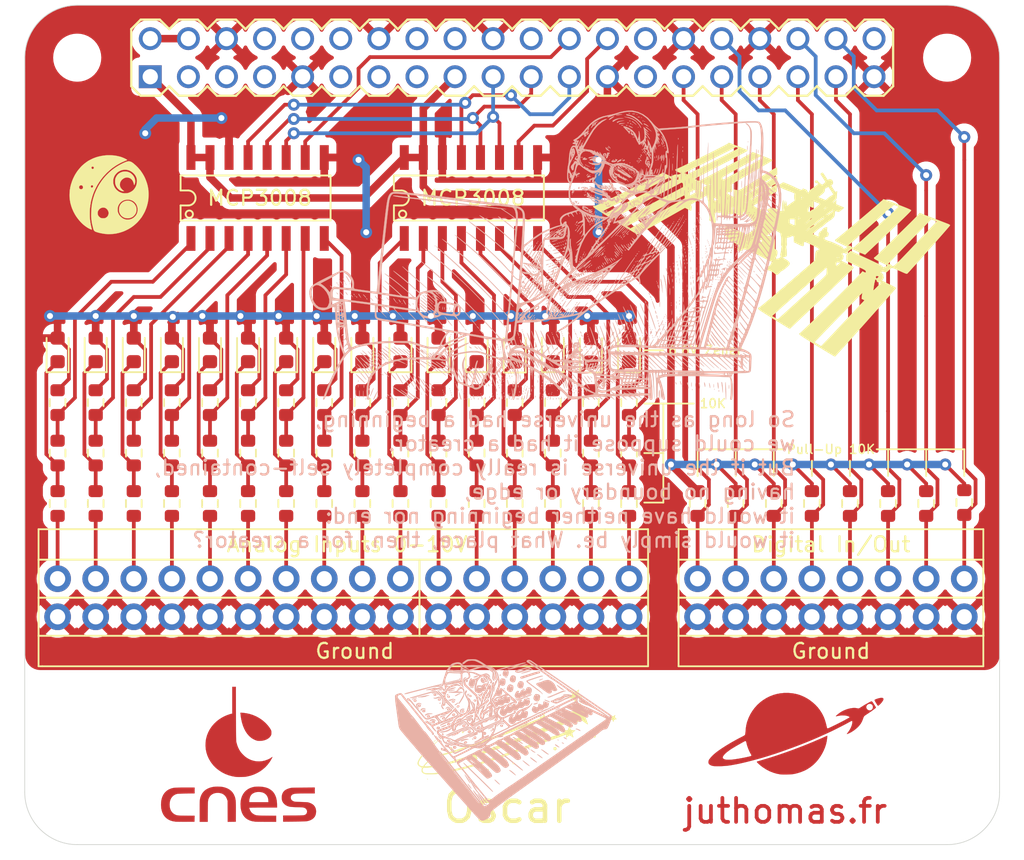
<source format=kicad_pcb>
(kicad_pcb (version 20221018) (generator pcbnew)
  (layers (0 "F.Cu" signal "Top") (31 "B.Cu" signal "Bottom") (34 "B.Paste" user) (35 "F.Paste" user) (36 "B.SilkS" user "B.Silkscreen") (37 "F.SilkS" user "F.Silkscreen") (38 "B.Mask" user) (39 "F.Mask" user) (44 "Edge.Cuts" user))
  (net 0 "")
  (net 1 "GND")
  (net 2 "+5V")
  (net 3 "/D8")
  (net 4 "/D7")
  (net 5 "/D6")
  (net 6 "/D5")
  (net 7 "/D4")
  (net 8 "/D3")
  (net 9 "/D2")
  (net 10 "/D1")
  (net 11 "/GPIO7")
  (net 12 "/GPIO8")
  (net 13 "/GPIO11")
  (net 14 "/GPIO9")
  (net 15 "/GPIO10")
  (net 16 "/3V3_REG")
  (net 17 "/CH7")
  (net 18 "/CH6")
  (net 19 "/CH5")
  (net 20 "/CH4")
  (net 21 "/CH3")
  (net 22 "/CH2")
  (net 23 "/CH1")
  (net 24 "/CH0")
  (net 25 "/CH15")
  (net 26 "/CH14")
  (net 27 "/CH13")
  (net 28 "/CH12")
  (net 29 "/CH11")
  (net 30 "/CH10")
  (net 31 "/CH9")
  (net 32 "/CH8")
  (net 33 "/RG15")
  (net 34 "/RG14")
  (net 35 "/RG13")
  (net 36 "/RG12")
  (net 37 "/RG11")
  (net 38 "/RG10")
  (net 39 "/RG9")
  (net 40 "/RG8")
  (net 41 "/RG7")
  (net 42 "/RG6")
  (net 43 "/RG5")
  (net 44 "/RG4")
  (net 45 "/RG3")
  (net 46 "/RG2")
  (net 47 "/RG1")
  (net 48 "/RG0")
  (net 49 "Net-(D1-K)")
  (net 50 "Net-(D2-K)")
  (net 51 "Net-(D3-K)")
  (net 52 "Net-(D4-K)")
  (net 53 "Net-(D5-K)")
  (net 54 "Net-(D6-K)")
  (net 55 "Net-(D7-K)")
  (net 56 "Net-(D8-K)")
  (net 57 "Net-(D9-K)")
  (net 58 "Net-(D10-K)")
  (net 59 "Net-(D11-K)")
  (net 60 "Net-(D12-K)")
  (net 61 "Net-(D13-K)")
  (net 62 "Net-(D14-K)")
  (net 63 "Net-(D15-K)")
  (net 64 "Net-(D16-K)")
  (footprint "Modular Shield:D_0603_1608Metric" (layer "F.Cu") (at 32.728 48.1965 90)
    (fp_text reference "D3" hide)
    (fp_text value "D_Zener 6.6V")
  )
  (footprint "Modular Shield:D_0603_1608Metric" (layer "F.Cu") (at 35.268 48.1965 90)
    (fp_text reference "D4" hide)
    (fp_text value "D_Zener 6.6V")
  )
  (footprint "Modular Shield:D_0603_1608Metric" (layer "F.Cu") (at 37.808 48.1965 90)
    (fp_text reference "D5" hide)
    (fp_text value "D_Zener 6.6V")
  )
  (footprint "Modular Shield:D_0603_1608Metric" (layer "F.Cu") (at 40.348 48.1965 90)
    (fp_text reference "D6" hide)
    (fp_text value "D_Zener 6.6V")
  )
  (footprint "Modular Shield:D_0603_1608Metric" (layer "F.Cu") (at 45.428 48.1965 90)
    (fp_text reference "D8" hide)
    (fp_text value "D_Zener 6.6V")
  )
  (footprint "Modular Shield:D_0603_1608Metric" (layer "F.Cu") (at 47.968 48.1965 90)
    (fp_text reference "D9" hide)
    (fp_text value "D_Zener 6.6V")
  )
  (footprint "Modular Shield:D_0603_1608Metric" (layer "F.Cu") (at 50.508 48.1965 90)
    (fp_text reference "D10" hide)
    (fp_text value "D_Zener 6.6V")
  )
  (footprint "Modular Shield:D_0603_1608Metric" (layer "F.Cu") (at 53.048 48.1965 90)
    (fp_text reference "D11" hide)
    (fp_text value "D_Zener 6.6V")
  )
  (footprint "Modular Shield:D_0603_1608Metric" (layer "F.Cu") (at 58.128 48.222 90)
    (fp_text reference "D13" hide)
    (fp_text value "D_Zener 6.6V")
  )
  (footprint "Modular Shield:D_0603_1608Metric" (layer "F.Cu") (at 60.668 48.1965 90)
    (fp_text reference "D14" hide)
    (fp_text value "D_Zener 6.6V")
  )
  (footprint "Modular Shield:D_0603_1608Metric" (layer "F.Cu") (at 63.208 48.222 90)
    (fp_text reference "D15" hide)
    (fp_text value "D_Zener 6.6V")
  )
  (footprint "Modular Shield:PIN_20X2" (layer "F.Cu") (at 57.956 28.702)
    (fp_text reference "J1" hide)
    (fp_text value "Raspberry_Pi_2_3")
  )
  (footprint "Modular Shield:R_0603_1608Metric" (layer "F.Cu") (at 30.188 55.08 90)
    (fp_text reference "R6" hide)
    (fp_text value "10K")
  )
  (footprint "Modular Shield:R_0603_1608Metric" (layer "F.Cu") (at 32.728 51.715 90)
    (fp_text reference "R8" hide)
    (fp_text value "10K")
  )
  (footprint "Modular Shield:R_0603_1608Metric" (layer "F.Cu") (at 35.268 58.445 90)
    (fp_text reference "R13" hide)
    (fp_text value "10K")
  )
  (footprint "Modular Shield:R_0603_1608Metric" (layer "F.Cu") (at 37.808 51.715 90)
    (fp_text reference "R14" hide)
    (fp_text value "10K")
  )
  (footprint "Modular Shield:R_0603_1608Metric" (layer "F.Cu") (at 37.808 58.445 90)
    (fp_text reference "R16" hide)
    (fp_text value "10K")
  )
  (footprint "Modular Shield:R_0603_1608Metric" (layer "F.Cu") (at 40.348 51.715 90)
    (fp_text reference "R17" hide)
    (fp_text value "10K")
  )
  (footprint "Modular Shield:R_0603_1608Metric" (layer "F.Cu") (at 40.348 58.445 90)
    (fp_text reference "R19" hide)
    (fp_text value "10K")
  )
  (footprint "Modular Shield:R_0603_1608Metric" (layer "F.Cu") (at 42.888 55.08 90)
    (fp_text reference "R21" hide)
    (fp_text value "10K")
  )
  (footprint "Modular Shield:R_0603_1608Metric" (layer "F.Cu") (at 47.968 55.08 90)
    (fp_text reference "R27" hide)
    (fp_text value "10K")
  )
  (footprint "Modular Shield:R_0603_1608Metric" (layer "F.Cu") (at 47.968 58.445 90)
    (fp_text reference "R28" hide)
    (fp_text value "10K")
  )
  (footprint "Modular Shield:R_0603_1608Metric" (layer "F.Cu") (at 50.508 51.715 90)
    (fp_text reference "R29" hide)
    (fp_text value "10K")
  )
  (footprint "Modular Shield:R_0603_1608Metric" (layer "F.Cu") (at 50.508 55.08 90)
    (fp_text reference "R30" hide)
    (fp_text value "10K")
  )
  (footprint "Modular Shield:R_0603_1608Metric" (layer "F.Cu") (at 50.508 58.445 90)
    (fp_text reference "R31" hide)
    (fp_text value "10K")
  )
  (footprint "Modular Shield:R_0603_1608Metric" (layer "F.Cu") (at 53.048 51.715 90)
    (fp_text reference "R32" hide)
    (fp_text value "10K")
  )
  (footprint "Modular Shield:R_0603_1608Metric" (layer "F.Cu") (at 53.048 55.08 90)
    (fp_text reference "R33" hide)
    (fp_text value "10K")
  )
  (footprint "Modular Shield:R_0603_1608Metric" (layer "F.Cu") (at 55.588 55.08 90)
    (fp_text reference "R36" hide)
    (fp_text value "10K")
  )
  (footprint "Modular Shield:R_0603_1608Metric" (layer "F.Cu") (at 55.588 58.445 90)
    (fp_text reference "R37" hide)
    (fp_text value "10K")
  )
  (footprint "Modular Shield:R_0603_1608Metric" (layer "F.Cu") (at 58.128 51.715 90)
    (fp_text reference "R38" hide)
    (fp_text value "10K")
  )
  (footprint "Modular Shield:R_0603_1608Metric" (layer "F.Cu") (at 58.128 55.08 90)
    (fp_text reference "R39" hide)
    (fp_text value "10K")
  )
  (footprint "Modular Shield:R_0603_1608Metric" (layer "F.Cu") (at 58.128 58.445 90)
    (fp_text reference "R40" hide)
    (fp_text value "10K")
  )
  (footprint "Modular Shield:R_0603_1608Metric" (layer "F.Cu") (at 60.668 51.715 90)
    (fp_text reference "R41" hide)
    (fp_text value "10K")
  )
  (footprint "Modular Shield:R_0603_1608Metric" (layer "F.Cu") (at 60.668 55.08 90)
    (fp_text reference "R42" hide)
    (fp_text value "10K")
  )
  (footprint "Modular Shield:R_0603_1608Metric" (layer "F.Cu") (at 60.668 58.445 90)
    (fp_text reference "R43" hide)
    (fp_text value "10K")
  )
  (footprint "Modular Shield:R_0603_1608Metric" (layer "F.Cu") (at 63.208 55.08 90)
    (fp_text reference "R45" hide)
    (fp_text value "10K")
  )
  (footprint "Modular Shield:R_0603_1608Metric" (layer "F.Cu") (at 63.208 58.445 90)
    (fp_text reference "R46" hide)
    (fp_text value "10K")
  )
  (footprint "Modular Shield:R_0603_1608Metric" (layer "F.Cu") (at 65.748 51.715 90)
    (fp_text reference "R47" hide)
    (fp_text value "10K")
  )
  (footprint "Modular Shield:R_0603_1608Metric" (layer "F.Cu") (at 65.748 55.08 90)
    (fp_text reference "R48" hide)
    (fp_text value "10K")
  )
  (footprint "Modular Shield:MCP3008 SOIC16" (layer "F.Cu") (at 40.348 38.062 90)
    (fp_text reference "U1" hide)
    (fp_text value "MCP3008" hide)
  )
  (footprint "Modular Shield:MCP3008 SOIC16" (layer "F.Cu") (at 54.572 38.062 90)
    (fp_text reference "U3" hide)
    (fp_text value "MCP3008" hide)
  )
  (footprint "Modular Shield:MountingHole_2.7mm_M2.5" (layer "F.Cu") (at 86.956 77.702)
    (fp_text reference "H2" hide)
    (fp_text value "MountingHole")
  )
  (footprint "Modular Shield:MountingHole_2.7mm_M2.5" (layer "F.Cu") (at 86.956 28.702)
    (fp_text reference "H3" hide)
    (fp_text value "MountingHole")
  )
  (footprint "Modular Shield:MountingHole_2.7mm_M2.5" (layer "F.Cu") (at 28.956 77.702)
    (fp_text reference "H4" hide)
    (fp_text value "MountingHole")
  )
  (footprint "Modular Shield:MountingHole_2.7mm_M2.5" (layer "F.Cu") (at 28.956 28.702)
    (fp_text reference "H1" hide)
    (fp_text value "MountingHole")
  )
  (footprint "Modular Shield:1X10-BIG" (layer "F.Cu") (at 39.078 66.002)
    (fp_text reference "JP6" hide)
    (fp_text value "PINHD-1X10")
  )
  (footprint "Raspberry_modular:1X08-BIG" (layer "F.Cu") (at 79.21 66.002)
    (fp_text reference "JP2" hide)
    (fp_text value "PINHD-1X8")
  )
  (footprint "Modular Shield:1X06-BIG" (layer "F.Cu") (at 59.398 66.002)
    (fp_text reference "JP3" hide)
    (fp_text value "PINHD-1X6")
  )
  (footprint "Modular Shield:1X10-BIG" (layer "F.Cu") (at 39.078 63.462)
    (fp_text reference "JP4" hide)
    (fp_text value "PINHD-1X10")
  )
  (footprint "Modular Shield:R_0603_1608Metric" (layer "F.Cu") (at 27.648 55.08 90)
    (fp_text reference "R2" hide)
    (fp_text value "10K")
  )
  (footprint "Modular Shield:R_0603_1608Metric" (layer "F.Cu") (at 27.648 51.715 90)
    (fp_text reference "R1" hide)
    (fp_text value "10K")
  )
  (footprint "Modular Shield:D_0603_1608Metric" (layer "F.Cu") (at 27.648 48.1965 90)
    (fp_text reference "D1" hide)
    (fp_text value "D_Zener 6.6V")
  )
  (footprint "Modular Shield:1X08-BIG" (layer "F.Cu") (at 79.21 63.462)
    (fp_text reference "JP5" hide)
    (fp_text value "PINHD-1X8")
  )
  (footprint "Modular Shield:1X06-BIG" (layer "F.Cu") (at 59.398 63.462)
    (fp_text reference "JP1" hide)
    (fp_text value "PINHD-1X6")
  )
  (footprint "Modular Shield:D_0603_1608Metric" (layer "F.Cu") (at 30.188 48.1965 90)
    (fp_text reference "D2" hide)
    (fp_text value "D_Zener 6.6V")
  )
  (footprint "Modular Shield:R_0603_1608Metric" (layer "F.Cu") (at 30.188 58.445 90)
    (fp_text reference "R7" hide)
    (fp_text value "10K")
  )
  (footprint "Modular Shield:R_0603_1608Metric" (layer "F.Cu") (at 27.648 58.445 90)
    (fp_text reference "R3" hide)
    (fp_text value "10K")
  )
  (footprint "Modular Shield:R_0603_1608Metric" (layer "F.Cu") (at 30.188 51.715 90)
    (fp_text reference "R5" hide)
    (fp_text value "10K")
  )
  (footprint "Modular Shield:R_0603_1608Metric" (layer "F.Cu") (at 32.728 58.445 90)
    (fp_text reference "R10" hide)
    (fp_text value "10K")
  )
  (footprint "Modular Shield:R_0603_1608Metric" (layer "F.Cu") (at 32.728 55.08 90)
    (fp_text reference "R9" hide)
    (fp_text value "10K")
  )
  (footprint "Modular Shield:R_0603_1608Metric" (layer "F.Cu") (at 35.268 55.08 90)
    (fp_text reference "R12" hide)
    (fp_text value "10K")
  )
  (footprint "Modular Shield:R_0603_1608Metric" (layer "F.Cu") (at 35.268 51.715 90)
    (fp_text reference "R11" hide)
    (fp_text value "10K")
  )
  (footprint "Modular Shield:R_0603_1608Metric" (layer "F.Cu") (at 37.808 55.08 90)
    (fp_text reference "R15" hide)
    (fp_text value "10K")
  )
  (footprint "Modular Shield:R_0603_1608Metric" (layer "F.Cu") (at 40.348 55.08 90)
    (fp_text reference "R18" hide)
    (fp_text value "10K")
  )
  (footprint "Modular Shield:D_0603_1608Metric" (layer "F.Cu") (at 42.888 48.1965 90)
    (fp_text reference "D7" hide)
    (fp_text value "D_Zener 6.6V")
  )
  (footprint "Modular Shield:R_0603_1608Metric" (layer "F.Cu") (at 42.888 58.445 90)
    (fp_text reference "R22" hide)
    (fp_text value "10K")
  )
  (footprint "Modular Shield:R_0603_1608Metric" (layer "F.Cu") (at 42.888 51.715 90)
    (fp_text reference "R20" hide)
    (fp_text value "10K")
  )
  (footprint "Modular Shield:R_0603_1608Metric" (layer "F.Cu") (at 45.428 58.445 90)
    (fp_text reference "R25" hide)
    (fp_text value "10K")
  )
  (footprint "Modular Shield:R_0603_1608Metric" (layer "F.Cu") (at 45.428 55.08 90)
    (fp_text reference "R24" hide)
    (fp_text value "10K")
  )
  (footprint "Modular Shield:R_0603_1608Metric" (layer "F.Cu") (at 45.428 51.715 90)
    (fp_text reference "R23" hide)
    (fp_text value "10K")
  )
  (footprint "Modular Shield:R_0603_1608Metric" (layer "F.Cu") (at 47.968 51.715 90)
    (fp_text reference "R26" hide)
    (fp_text value "10K")
  )
  (footprint "Modular Shield:R_0603_1608Metric" (layer "F.Cu") (at 53.048 58.445 90)
    (fp_text reference "R34" hide)
    (fp_text value "10K")
  )
  (footprint "Modular Shield:R_0603_1608Metric" (layer "F.Cu") (at 55.588 51.715 90)
    (fp_text reference "R35" hide)
    (fp_text value "10K")
  )
  (footprint "Modular Shield:D_0603_1608Metric" (layer "F.Cu") (at 55.588 48.1965 90)
    (fp_text reference "D12" hide)
    (fp_text value "D_Zener 6.6V")
  )
  (footprint "Modular Shield:R_0603_1608Metric" (layer "F.Cu") (at 63.208 51.715 90)
    (fp_text reference "R44" hide)
    (fp_text value "10K")
  )
  (footprint "Modular Shield:R_0603_1608Metric" (layer "F.Cu") (at 65.748 58.445 90)
    (fp_text reference "R49" hide)
    (fp_text value "10K")
  )
  (footprint "Modular Shield:D_0603_1608Metric" (layer "F.Cu") (at 65.748 48.1965 90)
    (fp_text reference "D16" hide)
    (fp_text value "D_Zener 6.6V")
  )
  (footprint "Modular Shield:R_0603_1608Metric" (layer "F.Cu") (at 77.94 58.445 90)
    (fp_text reference "R4" hide)
    (fp_text value "10K")
  )
  (footprint "Modular Shield:R_0603_1608Metric" (layer "F.Cu") (at 72.86 58.445 90)
    (fp_text reference "R51" hide)
    (fp_text value "10K")
  )
  (footprint "Modular Shield:R_0603_1608Metric" (layer "F.Cu") (at 70.32 58.445 90)
    (fp_text reference "R52" hide)
    (fp_text value "10K")
  )
  (footprint "Modular Shield:R_0603_1608Metric" (layer "F.Cu") (at 88.1 58.382 90)
    (fp_text reference "R53" hide)
    (fp_text value "10K")
  )
  (footprint "Modular Shield:R_0603_1608Metric" (layer "F.Cu") (at 85.56 58.445 90)
    (fp_text reference "R54" hide)
    (fp_text value "10K")
  )
  (footprint "Modular Shield:R_0603_1608Metric" (layer "F.Cu") (at 83.02 58.445 90)
    (fp_text reference "R55" hide)
    (fp_text value "10K")
  )
  (footprint "Modular Shield:R_0603_1608Metric" (layer "F.Cu") (at 75.4 58.445 90)
    (fp_text reference "R50" hide)
    (fp_text value "10K")
  )
  (footprint "Modular Shield:R_0603_1608Metric" (layer "F.Cu") (at 80.48 58.445 90)
    (fp_text reference "R56" hide)
    (fp_text value "10K")
  )
  (footprint "Modular Shield:ISS" (layer "F.Cu") (at 75.654 38.824)
    (fp_text reference "REF**" hide)
    (fp_text value "ISS" hide)
  )
  (footprint "Modular Shield:Saturn" (layer "F.Cu") (at 76.924 74.13)
    (fp_text reference "G***" hide)
    (fp_text value "LOGO" hide)
  )
  (footprint "Modular Shield:Moon" (layer "F.Cu") (at 31.458 37.808)
    (fp_text reference "G***" hide)
    (fp_text value "LOGO" hide)
  )
  (footprint "Modular Shield:Falling_Stars" (layer "F.Cu") (at 57.874 74.13)
    (fp_text reference "G***" hide)
    (fp_text value "LOGO" hide)
  )
  (footprint "Modular Shield:CNES" (layer "F.Cu") (at 39.586 76.416)
    (fp_text reference "G***" hide)
    (fp_text value "LOGO" hide)
  )
  (footprint "Modular Shield:Stephen_Hawking" (layer "B.Cu") (at 60.16 41.872 180)
    (fp_text reference "G***" hide)
    (fp_text value "LOGO" hide)
  )
  (footprint "Modular Shield:Synthesizer" (layer "B.Cu") (at 57.366 74.13 180)
    (fp_text reference "G***" hide)
    (fp_text value "LOGO" hide)
  )
  (gr_line (start 88.1 54.826) (end 88.1 56.604) (stroke (width 0.12)) (layer "F.SilkS"))
  (gr_line (start 26.378 60.16) (end 26.378 62.192) (stroke (width 0.12)) (layer "F.SilkS"))
  (gr_line (start 68.034 58.382) (end 68.034 51.778) (stroke (width 0.12)) (layer "F.SilkS"))
  (gr_line (start 68.034 51.778) (end 66.764 51.778) (stroke (width 0.12)) (layer "F.SilkS"))
  (gr_line (start 72.86 54.826) (end 72.86 56.604) (stroke (width 0.12)) (layer "F.SilkS"))
  (gr_line (start 69.05 67.272) (end 69.05 69.304) (stroke (width 0.12)) (layer "F.SilkS"))
  (gr_line (start 67.018 62.192) (end 67.018 60.16) (stroke (width 0.12)) (layer "F.SilkS"))
  (gr_line (start 26.378 69.304) (end 26.378 67.272) (stroke (width 0.12)) (layer "F.SilkS"))
  (gr_line (start 75.4 54.826) (end 76.162 54.826) (stroke (width 0.12)) (layer "F.SilkS"))
  (gr_line (start 75.4 54.826) (end 75.4 56.604) (stroke (width 0.12)) (layer "F.SilkS"))
  (gr_line (start 89.37 69.304) (end 89.37 67.272) (stroke (width 0.12)) (layer "F.SilkS"))
  (gr_line (start 89.37 62.192) (end 89.37 60.16) (stroke (width 0.12)) (layer "F.SilkS"))
  (gr_line (start 68.034 55.08) (end 66.764 55.08) (stroke (width 0.12)) (layer "F.SilkS"))
  (gr_line (start 77.94 56.604) (end 77.94 55.588) (stroke (width 0.12)) (layer "F.SilkS"))
  (gr_line (start 70.32 54.826) (end 75.4 54.826) (stroke (width 0.12)) (layer "F.SilkS"))
  (gr_line (start 67.018 67.272) (end 67.018 69.304) (stroke (width 0.12)) (layer "F.SilkS"))
  (gr_line (start 89.37 60.16) (end 69.05 60.16) (stroke (width 0.12)) (layer "F.SilkS"))
  (gr_line (start 89.37 67.272) (end 89.37 67.018) (stroke (width 0.12)) (layer "F.SilkS"))
  (gr_line (start 68.034 51.778) (end 70.066 51.778) (stroke (width 0.12)) (layer "F.SilkS"))
  (gr_line (start 67.018 60.16) (end 26.378 60.16) (stroke (width 0.12)) (layer "F.SilkS"))
  (gr_line (start 67.018 69.304) (end 26.632 69.304) (stroke (width 0.12)) (layer "F.SilkS"))
  (gr_line (start 85.56 54.826) (end 85.56 56.604) (stroke (width 0.12)) (layer "F.SilkS"))
  (gr_line (start 70.32 56.604) (end 70.32 54.826) (stroke (width 0.12)) (layer "F.SilkS"))
  (gr_line (start 69.05 60.16) (end 69.05 62.192) (stroke (width 0.12)) (layer "F.SilkS"))
  (gr_line (start 66.764 58.382) (end 68.034 58.382) (stroke (width 0.12)) (layer "F.SilkS"))
  (gr_line (start 26.632 69.304) (end 26.378 69.304) (stroke (width 0.12)) (layer "F.SilkS"))
  (gr_line (start 80.48 56.604) (end 80.48 55.588) (stroke (width 0.12)) (layer "F.SilkS"))
  (gr_line (start 83.02 56.604) (end 83.02 54.826) (stroke (width 0.12)) (layer "F.SilkS"))
  (gr_line (start 66.764 48.222) (end 68.034 48.222) (stroke (width 0.12)) (layer "F.SilkS"))
  (gr_line (start 83.02 54.826) (end 88.1 54.826) (stroke (width 0.12)) (layer "F.SilkS"))
  (gr_line (start 69.05 69.304) (end 89.37 69.304) (stroke (width 0.12)) (layer "F.SilkS"))
  (gr_line (start 83.02 54.826) (end 82.258 54.826) (stroke (width 0.12)) (layer "F.SilkS"))
  (gr_line (start 25.456 77.702) (end 25.456 28.702) (stroke (width 0.05)) (layer "Edge.Cuts"))
  (gr_arc (start 90.456 77.702) (mid 89.430874 80.176874) (end 86.956 81.202) (stroke (width 0.05)) (layer "Edge.Cuts"))
  (gr_line (start 90.456 28.702) (end 90.456 77.702) (stroke (width 0.05)) (layer "Edge.Cuts"))
  (gr_arc (start 86.956 25.202) (mid 89.430874 26.227126) (end 90.456 28.702) (stroke (width 0.05)) (layer "Edge.Cuts"))
  (gr_arc (start 25.456 28.702) (mid 26.481126 26.227126) (end 28.956 25.202) (stroke (width 0.05)) (layer "Edge.Cuts"))
  (gr_arc (start 28.956 81.202) (mid 26.481126 80.176874) (end 25.456 77.702) (stroke (width 0.05)) (layer "Edge.Cuts"))
  (gr_line (start 28.956 25.202) (end 86.956 25.202) (stroke (width 0.05)) (layer "Edge.Cuts"))
  (gr_line (start 86.956 81.202) (end 28.956 81.202) (stroke (width 0.05)) (layer "Edge.Cuts"))
  (gr_text "juthomas.fr" (at 76.162 78.956) (layer "F.Cu") (effects (font (size 1.6 1.6) (thickness 0.25))))
  (gr_text "So long as the universe had a beginning, \nwe could suppose it had a creator. \nBut if the universe is really completely self-contained, \nhaving no boundary or edge, \nit would have neither beginning nor end: \nit would simply be. What place, then, for a creator?" (at 76.924 56.858) (layer "B.SilkS") (effects (font (size 1 1)) (justify left mirror)))
  (gr_text "Ground" (at 47.46 68.288) (layer "F.SilkS") (effects (font (size 1 1))))
  (gr_text "Oscar" (at 57.62 78.702) (layer "F.SilkS") (effects (font (size 2 2) (thickness 0.3))))
  (gr_text "Ground" (at 79.21 68.288) (layer "F.SilkS") (effects (font (size 1 1))))
  (gr_text "Digital In/Out" (at 79.21 61.176) (layer "F.SilkS") (effects (font (size 1 1))))
  (gr_text "Analog Inputs 0-10V" (at 46.952 61.176) (layer "F.SilkS") (effects (font (size 1 1))))
  (gr_text "10K" (at 71.336 51.778) (layer "F.SilkS") (effects (font (size 0.6 0.6) (thickness 0.1))))
  (gr_text "6.6V Zener" (at 70.828 48.222) (layer "F.SilkS") (effects (font (size 0.6 0.6) (thickness 0.1))))
  (gr_text "Pull-Up 10K" (at 79.21 54.826) (layer "F.SilkS") (effects (font (size 0.6 0.6) (thickness 0.1))))
  (segment (start 30.188 50.89) (end 30.94041 50.13759) (width 0.25) (layer "F.Cu") (net 1))
  (segment (start 30.94041 48.16141) (end 30.188 47.409) (width 0.25) (layer "F.Cu") (net 1))
  (segment (start 30.94041 50.13759) (end 30.94041 48.16141) (width 0.25) (layer "F.Cu") (net 1))
  (segment (start 63.208 50.89) (end 63.96041 50.13759) (width 0.25) (layer "F.Cu") (net 1))
  (segment (start 63.96041 48.16141) (end 63.208 47.409) (width 0.25) (layer "F.Cu") (net 1))
  (segment (start 63.96041 50.13759) (end 63.96041 48.16141) (width 0.25) (layer "F.Cu") (net 1))
  (segment (start 37.808 47.409) (end 37.808 46.444) (width 0.5) (layer "F.Cu") (net 1))
  (segment (start 37.808 50.89) (end 38.56041 50.13759) (width 0.25) (layer "F.Cu") (net 1))
  (segment (start 58.128 47.4345) (end 58.128 46.19) (width 0.5) (layer "F.Cu") (net 1))
  (segment (start 48.72041 50.13759) (end 48.72041 48.16141) (width 0.25) (layer "F.Cu") (net 1))
  (segment (start 60.668 50.89) (end 61.42041 50.13759) (width 0.25) (layer "F.Cu") (net 1))
  (segment (start 53.80041 50.13759) (end 53.80041 48.16141) (width 0.25) (layer "F.Cu") (net 1))
  (segment (start 27.648 50.89) (end 28.40041 50.13759) (width 0.25) (layer "F.Cu") (net 1))
  (segment (start 50.508 50.89) (end 51.26041 50.13759) (width 0.25) (layer "F.Cu") (net 1))
  (segment (start 46.18041 50.13759) (end 46.18041 48.16141) (width 0.25) (layer "F.Cu") (net 1))
  (segment (start 41.10041 50.13759) (end 41.10041 48.16141) (width 0.25) (layer "F.Cu") (net 1))
  (segment (start 47.554 35.362) (end 47.714 35.522) (width 0.5) (layer "F.Cu") (net 1))
  (segment (start 58.88041 48.16141) (end 58.128 47.409) (width 0.25) (layer "F.Cu") (net 1))
  (segment (start 50.508 47.409) (end 50.508 46.444) (width 0.5) (layer "F.Cu") (net 1))
  (segment (start 53.80041 48.16141) (end 53.048 47.409) (width 0.25) (layer "F.Cu") (net 1))
  (segment (start 40.348 47.409) (end 40.348 46.444) (width 0.5) (layer "F.Cu") (net 1))
  (segment (start 42.888 46.444) (end 42.38 45.936) (width 0.5) (layer "F.Cu") (net 1))
  (segment (start 50.508 46.444) (end 50 45.936) (width 0.5) (layer "F.Cu") (net 1))
  (segment (start 45.428 50.89) (end 46.18041 50.13759) (width 0.25) (layer "F.Cu") (net 1))
  (segment (start 58.88041 50.13759) (end 58.88041 48.16141) (width 0.25) (layer "F.Cu") (net 1))
  (segment (start 38.56041 48.16141) (end 37.808 47.409) (width 0.25) (layer "F.Cu") (net 1))
  (segment (start 64.306 29.972) (end 64.306 31.413) (width 0.5) (layer "F.Cu") (net 1))
  (segment (start 36.02041 48.16141) (end 35.268 47.409) (width 0.25) (layer "F.Cu") (net 1))
  (segment (start 47.968 47.409) (end 47.968 46.444) (width 0.5) (layer "F.Cu") (net 1))
  (segment (start 40.348 50.89) (end 41.10041 50.13759) (width 0.25) (layer "F.Cu") (net 1))
  (segment (start 35.268 47.409) (end 35.268 46.05499) (width 0.5) (layer "F.Cu") (net 1))
  (segment (start 36.02041 50.13759) (end 36.02041 48.16141) (width 0.25) (layer "F.Cu") (net 1))
  (segment (start 42.888 50.89) (end 43.64041 50.13759) (width 0.25) (layer "F.Cu") (net 1))
  (segment (start 33.48041 50.13759) (end 33.48041 48.16141) (width 0.25) (layer "F.Cu") (net 1))
  (segment (start 39.078 35.362) (end 39.078 33.236) (width 0.5) (layer "F.Cu") (net 1))
  (segment (start 45.428 35.362) (end 47.554 35.362) (width 0.5) (layer "F.Cu") (net 1))
  (segment (start 47.968 50.89) (end 48.72041 50.13759) (width 0.25) (layer "F.Cu") (net 1))
  (segment (start 56.34041 48.16141) (end 55.588 47.409) (width 0.25) (layer "F.Cu") (net 1))
  (segment (start 42.888 47.409) (end 42.888 46.444) (width 0.5) (layer "F.Cu") (net 1))
  (segment (start 43.64041 50.13759) (end 43.64041 48.16141) (width 0.25) (layer "F.Cu") (net 1))
  (segment (start 64.306 31.413) (end 64.351 31.458) (width 0.5) (layer "F.Cu") (net 1))
  (segment (start 33.48041 48.16141) (end 32.728 47.409) (width 0.25) (layer "F.Cu") (net 1))
  (segment (start 63.208 47.4345) (end 63.208 46.19) (width 0.5) (layer "F.Cu") (net 1))
  (segment (start 61.42041 48.16141) (end 60.668 47.409) (width 0.25) (layer "F.Cu") (net 1))
  (segment (start 40.348 46.444) (end 39.84 45.936) (width 0.5) (layer "F.Cu") (net 1))
  (segment (start 58.128 50.89) (end 58.88041 50.13759) (width 0.25) (layer "F.Cu") (net 1))
  (segment (start 65.748 47.409) (end 65.748 45.936) (width 0.5) (layer "F.Cu") (net 1))
  (segment (start 45.428 46.444) (end 44.92 45.936) (width 0.5) (layer "F.Cu") (net 1))
  (segment (start 65.748 50.89) (end 66.50041 50.13759) (width 0.25) (layer "F.Cu") (net 1))
  (segment (start 45.428 47.409) (end 45.428 46.444) (width 0.5) (layer "F.Cu") (net 1))
  (segment (start 55.588 47.409) (end 55.588 46.19) (width 0.5) (layer "F.Cu") (net 1))
  (segment (start 58.128 46.19) (end 57.874 45.936) (width 0.5) (layer "F.Cu") (net 1))
  (segment (start 32.728 47.409) (end 32.728 45.936) (width 0.5) (layer "F.Cu") (net 1))
  (segment (start 55.588 50.89) (end 56.34041 50.13759) (width 0.25) (layer "F.Cu") (net 1))
  (segment (start 41.10041 48.16141) (end 40.348 47.409) (width 0.25) (layer "F.Cu") (net 1))
  (segment (start 35.268 46.05499) (end 35.327495 45.995495) (width 0.5) (layer "F.Cu") (net 1))
  (segment (start 59.652 35.362) (end 63.556 35.362) (width 0.5) (layer "F.Cu") (net 1))
  (segment (start 66.50041 50.13759) (end 66.50041 48.16141) (width 0.25) (layer "F.Cu") (net 1))
  (segment (start 28.40041 50.13759) (end 28.40041 48.16141) (width 0.25) (layer "F.Cu") (net 1))
  (segment (start 46.18041 48.16141) (end 45.428 47.409) (width 0.25) (layer "F.Cu") (net 1))
  (segment (start 51.26041 50.13759) (end 51.26041 48.16141) (width 0.25) (layer "F.Cu") (net 1))
  (segment (start 61.42041 50.13759) (end 61.42041 48.16141) (width 0.25) (layer "F.Cu") (net 1))
  (segment (start 28.40041 48.16141) (end 27.648 47.409) (width 0.25) (layer "F.Cu") (net 1))
  (segment (start 63.556 35.362) (end 63.716 35.522) (width 0.5) (layer "F.Cu") (net 1))
  (segment (start 30.188 47.409) (end 30.188 45.936) (width 0.5) (layer "F.Cu") (net 1))
  (segment (start 43.986 29.972) (end 43.008 30.95) (width 0.5) (layer "F.Cu") (net 1))
  (segment (start 38.56041 50.13759) (end 38.56041 48.16141) (width 0.25) (layer "F.Cu") (net 1))
  (segment (start 60.668 46.444) (end 60.16 45.936) (width 0.5) (layer "F.Cu") (net 1))
  (segment (start 63.208 46.19) (end 62.954 45.936) (width 0.5) (layer "F.Cu") (net 1))
  (segment (start 53.048 47.409) (end 53.048 46.444) (width 0.5) (layer "F.Cu") (net 1))
  (segment (start 60.668 47.409) (end 60.668 46.444) (width 0.5) (layer "F.Cu") (net 1))
  (segment (start 43.64041 48.16141) (end 42.888 47.409) (width 0.25) (layer "F.Cu") (net 1))
  (segment (start 51.26041 48.16141) (end 50.508 47.409) (width 0.25) (layer "F.Cu") (net 1))
  (segment (start 47.968 46.444) (end 47.46 45.936) (width 0.5) (layer "F.Cu") (net 1))
  (segment (start 32.728 50.89) (end 33.48041 50.13759) (width 0.25) (layer "F.Cu") (net 1))
  (segment (start 53.048 46.444) (end 52.54 45.936) (width 0.5) (layer "F.Cu") (net 1))
  (segment (start 53.048 50.89) (end 53.80041 50.13759) (width 0.25) (layer "F.Cu") (net 1))
  (segment (start 39.078 33.236) (end 38.57 32.728) (width 0.5) (layer "F.Cu") (net 1))
  (segment (start 48.72041 48.16141) (end 47.968 47.409) (width 0.25) (layer "F.Cu") (net 1))
  (segment (start 37.808 46.444) (end 37.3 45.936) (width 0.5) (layer "F.Cu") (net 1))
  (segment (start 66.50041 48.16141) (end 65.748 47.409) (width 0.25) (layer "F.Cu") (net 1))
  (segment (start 56.34041 50.13759) (end 56.34041 48.16141) (width 0.25) (layer "F.Cu") (net 1))
  (segment (start 35.268 50.89) (end 36.02041 50.13759) (width 0.25) (layer "F.Cu") (net 1))
  (segment (start 55.588 46.19) (end 55.334 45.936) (width 0.5) (layer "F.Cu") (net 1))
  (via (at 30.188 45.936) (size 0.8) (drill 0.4) (layers "F.Cu" "B.Cu") (net 1))
  (via (at 35.327495 45.995495) (size 0.8) (drill 0.4) (layers "F.Cu" "B.Cu") (net 1))
  (via (at 50 45.936) (size 0.8) (drill 0.4) (layers "F.Cu" "B.Cu") (net 1))
  (via (at 52.54 45.936) (size 0.8) (drill 0.4) (layers "F.Cu" "B.Cu") (net 1))
  (via (at 63.716 40.348) (size 0.8) (drill 0.4) (layers "F.Cu" "B.Cu") (net 1))
  (via (at 55.334 45.936) (size 0.8) (drill 0.4) (layers "F.Cu" "B.Cu") (net 1))
  (via (at 39.84 45.936) (size 0.8) (drill 0.4) (layers "F.Cu" "B.Cu") (net 1))
  (via (at 27.14 45.936) (size 0.8) (drill 0.4) (layers "F.Cu" "B.Cu") (net 1))
  (via (at 63.716 35.522) (size 0.8) (drill 0.4) (layers "F.Cu" "B.Cu") (net 1))
  (via (at 65.748 45.936) (size 0.8) (drill 0.4) (layers "F.Cu" "B.Cu") (net 1))
  (via (at 38.57 32.728) (size 0.8) (drill 0.4) (layers "F.Cu" "B.Cu") (net 1))
  (via (at 37.3 45.936) (size 0.8) (drill 0.4) (layers "F.Cu" "B.Cu") (net 1))
  (via (at 62.954 45.936) (size 0.8) (drill 0.4) (layers "F.Cu" "B.Cu") (net 1))
  (via (at 47.46 45.936) (size 0.8) (drill 0.4) (layers "F.Cu" "B.Cu") (net 1))
  (via (at 44.92 45.936) (size 0.8) (drill 0.4) (layers "F.Cu" "B.Cu") (net 1))
  (via (at 32.728 45.936) (size 0.8) (drill 0.4) (layers "F.Cu" "B.Cu") (net 1))
  (via (at 48.222 40.348) (size 0.8) (drill 0.4) (layers "F.Cu" "B.Cu") (net 1))
  (via (at 47.714 35.522) (size 0.8) (drill 0.4) (layers "F.Cu" "B.Cu") (net 1))
  (via (at 60.16 45.936) (size 0.8) (drill 0.4) (layers "F.Cu" "B.Cu") (net 1))
  (via (at 33.49 33.744) (size 0.8) (drill 0.4) (layers "F.Cu" "B.Cu") (net 1))
  (via (at 42.38 45.936) (size 0.8) (drill 0.4) (layers "F.Cu" "B.Cu") (net 1))
  (via (at 57.874 45.936) (size 0.8) (drill 0.4) (layers "F.Cu" "B.Cu") (net 1))
  (segment (start 48.222 36.03) (end 48.222 40.348) (width 0.5) (layer "B.Cu") (net 1))
  (segment (start 33.49 33.49) (end 33.49 33.744) (width 0.5) (layer "B.Cu") (net 1))
  (segment (start 50 45.936) (end 47.46 45.936) (width 0.5) (layer "B.Cu") (net 1))
  (segment (start 44.92 45.936) (end 42.38 45.936) (width 0.5) (layer "B.Cu") (net 1))
  (segment (start 32.728 45.936) (end 30.188 45.936) (width 0.5) (layer "B.Cu") (net 1))
  (segment (start 57.874 45.936) (end 55.334 45.936) (width 0.5) (layer "B.Cu") (net 1))
  (segment (start 34.252 32.728) (end 33.49 33.49) (width 0.5) (layer "B.Cu") (net 1))
  (segment (start 52.54 45.936) (end 50 45.936) (width 0.5) (layer "B.Cu") (net 1))
  (segment (start 55.334 45.936) (end 52.54 45.936) (width 0.5) (layer "B.Cu") (net 1))
  (segment (start 62.954 45.936) (end 60.16 45.936) (width 0.5) (layer "B.Cu") (net 1))
  (segment (start 65.748 45.936) (end 62.954 45.936) (width 0.5) (layer "B.Cu") (net 1))
  (segment (start 30.188 45.936) (end 27.14 45.936) (width 0.5) (layer "B.Cu") (net 1))
  (segment (start 47.714 35.522) (end 48.222 36.03) (width 0.5) (layer "B.Cu") (net 1))
  (segment (start 47.46 45.936) (end 44.92 45.936) (width 0.5) (layer "B.Cu") (net 1))
  (segment (start 42.38 45.936) (end 39.84 45.936) (width 0.5) (layer "B.Cu") (net 1))
  (segment (start 37.3 45.936) (end 32.728 45.936) (width 0.5) (layer "B.Cu") (net 1))
  (segment (start 60.16 45.936) (end 57.874 45.936) (width 0.5) (layer "B.Cu") (net 1))
  (segment (start 39.84 45.936) (end 37.3 45.936) (width 0.5) (layer "B.Cu") (net 1))
  (segment (start 63.716 35.522) (end 63.716 40.348) (width 0.5) (layer "B.Cu") (net 1))
  (segment (start 38.57 32.728) (end 34.252 32.728) (width 0.5) (layer "B.Cu") (net 1))
  (segment (start 36.366 27.432) (end 33.826 27.432) (width 0.5) (layer "F.Cu") (net 2))
  (segment (start 88.1 56.096) (end 88.1 35.522) (width 0.25) (layer "F.Cu") (net 3))
  (segment (start 88.85241 58.45459) (end 88.85241 56.84841) (width 0.25) (layer "F.Cu") (net 3))
  (segment (start 88.1 63.462) (end 88.1 59.207) (width 0.25) (layer "F.Cu") (net 3))
  (segment (start 88.1 35.522) (end 88.1 33.998) (width 0.25) (layer "F.Cu") (net 3))
  (segment (start 88.85241 56.84841) (end 88.1 56.096) (width 0.25) (layer "F.Cu") (net 3))
  (segment (start 88.1 59.207) (end 88.85241 58.45459) (width 0.25) (layer "F.Cu") (net 3))
  (via (at 88.1 33.998) (size 0.8) (drill 0.4) (layers "F.Cu" "B.Cu") (net 3))
  (segment (start 88.1 33.998) (end 86.322 32.22) (width 0.25) (layer "B.Cu") (net 3))
  (segment (start 80.734 28.62) (end 79.546 27.432) (width 0.25) (layer "B.Cu") (net 3))
  (segment (start 86.322 32.22) (end 82.258 32.22) (width 0.25) (layer "B.Cu") (net 3))
  (segment (start 80.734 30.696) (end 80.734 28.62) (width 0.25) (layer "B.Cu") (net 3))
  (segment (start 82.258 32.22) (end 80.734 30.696) (width 0.25) (layer "B.Cu") (net 3))
  (segment (start 85.56 56.096) (end 85.56 45.936) (width 0.25) (layer "F.Cu") (net 4))
  (segment (start 85.56 59.27) (end 86.31241 58.51759) (width 0.25) (layer "F.Cu") (net 4))
  (segment (start 85.56 63.462) (end 85.56 59.27) (width 0.25) (layer "F.Cu") (net 4))
  (segment (start 85.56 37.554) (end 85.56 36.538) (width 0.25) (layer "F.Cu") (net 4))
  (segment (start 86.31241 56.84841) (end 85.56 56.096) (width 0.25) (layer "F.Cu") (net 4))
  (segment (start 85.56 45.936) (end 85.56 37.554) (width 0.25) (layer "F.Cu") (net 4))
  (segment (start 86.31241 58.51759) (end 86.31241 56.84841) (width 0.25) (layer "F.Cu") (net 4))
  (via (at 85.56 36.538) (size 0.8) (drill 0.4) (layers "F.Cu" "B.Cu") (net 4))
  (segment (start 80.734 33.744) (end 78.194 31.204) (width 0.25) (layer "B.Cu") (net 4))
  (segment (start 78.194 31.204) (end 78.194 28.62) (width 0.25) (layer "B.Cu") (net 4))
  (segment (start 78.194 28.62) (end 77.006 27.432) (width 0.25) (layer "B.Cu") (net 4))
  (segment (start 85.56 36.538) (end 82.766 33.744) (width 0.25) (layer "B.Cu") (net 4))
  (segment (start 82.766 33.744) (end 80.734 33.744) (width 0.25) (layer "B.Cu") (net 4))
  (segment (start 83.77241 56.84841) (end 83.02 56.096) (width 0.25) (layer "F.Cu") (net 5))
  (segment (start 83.77241 58.51759) (end 83.77241 56.84841) (width 0.25) (layer "F.Cu") (net 5))
  (segment (start 83.02 56.096) (end 83.02 52.286) (width 0.25) (layer "F.Cu") (net 5))
  (segment (start 83.02 59.27) (end 83.77241 58.51759) (width 0.25) (layer "F.Cu") (net 5))
  (segment (start 83.02 63.462) (end 83.02 59.27) (width 0.25) (layer "F.Cu") (net 5))
  (segment (start 83.02 52.286) (end 83.02 39.078) (width 0.25) (layer "F.Cu") (net 5))
  (via (at 83.02 39.078) (size 0.8) (drill 0.4) (layers "F.Cu" "B.Cu") (net 5))
  (segment (start 74.384 32.22) (end 73.114 30.95) (width 0.25) (layer "B.Cu") (net 5))
  (segment (start 83.02 39.078) (end 76.162 32.22) (width 0.25) (layer "B.Cu") (net 5))
  (segment (start 73.114 30.95) (end 73.114 28.62) (width 0.25) (layer "B.Cu") (net 5))
  (segment (start 76.162 32.22) (end 74.384 32.22) (width 0.25) (layer "B.Cu") (net 5))
  (segment (start 73.114 28.62) (end 71.926 27.432) (width 0.25) (layer "B.Cu") (net 5))
  (segment (start 81.23241 58.51759) (end 80.48 59.27) (width 0.25) (layer "F.Cu") (net 6))
  (segment (start 81.23241 56.84841) (end 81.23241 58.51759) (width 0.25) (layer "F.Cu") (net 6))
  (segment (start 80.48 63.462) (end 80.48 59.27) (width 0.25) (layer "F.Cu") (net 6))
  (segment (start 79.546 29.972) (end 79.546 31.54) (width 0.25) (layer "F.Cu") (net 6))
  (segment (start 80.48 32.474) (end 80.48 56.096) (width 0.25) (layer "F.Cu") (net 6))
  (segment (start 79.546 31.54) (end 80.48 32.474) (width 0.25) (layer "F.Cu") (net 6))
  (segment (start 80.48 56.096) (end 81.23241 56.84841) (width 0.25) (layer "F.Cu") (net 6))
  (segment (start 78.69241 56.84841) (end 78.69241 58.51759) (width 0.25) (layer "F.Cu") (net 7))
  (segment (start 77.006 31.54) (end 77.94 32.474) (width 0.25) (layer "F.Cu") (net 7))
  (segment (start 77.94 32.474) (end 77.94 56.096) (width 0.25) (layer "F.Cu") (net 7))
  (segment (start 77.94 63.462) (end 77.94 59.27) (width 0.25) (layer "F.Cu") (net 7))
  (segment (start 77.94 56.096) (end 78.69241 56.84841) (width 0.25) (layer "F.Cu") (net 7))
  (segment (start 77.006 29.972) (end 77.006 31.54) (width 0.25) (layer "F.Cu") (net 7))
  (segment (start 78.69241 58.51759) (end 77.94 59.27) (width 0.25) (layer "F.Cu") (net 7))
  (segment (start 76.15241 58.51759) (end 75.4 59.27) (width 0.25) (layer "F.Cu") (net 8))
  (segment (start 76.15241 56.84841) (end 76.15241 58.51759) (width 0.25) (layer "F.Cu") (net 8))
  (segment (start 75.4 56.096) (end 76.15241 56.84841) (width 0.25) (layer "F.Cu") (net 8))
  (segment (start 75.4 32.474) (end 75.4 56.096) (width 0.25) (layer "F.Cu") (net 8))
  (segment (start 74.466 31.54) (end 75.4 32.474) (width 0.25) (layer "F.Cu") (net 8))
  (segment (start 75.4 63.462) (end 75.4 59.27) (width 0.25) (layer "F.Cu") (net 8))
  (segment (start 74.466 29.972) (end 74.466 31.54) (width 0.25) (layer "F.Cu") (net 8))
  (segment (start 72.86 63.462) (end 72.86 59.27) (width 0.25) (layer "F.Cu") (net 9))
  (segment (start 73.61241 58.51759) (end 72.86 59.27) (width 0.25) (layer "F.Cu") (net 9))
  (segment (start 73.61241 56.84841) (end 73.61241 58.51759) (width 0.25) (layer "F.Cu") (net 9))
  (segment (start 72.86 32.474) (end 72.86 56.096) (width 0.25) (layer "F.Cu") (net 9))
  (segment (start 72.86 56.096) (end 73.61241 56.84841) (width 0.25) (layer "F.Cu") (net 9))
  (segment (start 71.926 29.972) (end 71.926 31.54) (width 0.25) (layer "F.Cu") (net 9))
  (segment (start 71.926 31.54) (end 72.86 32.474) (width 0.25) (layer "F.Cu") (net 9))
  (segment (start 70.32 63.462) (end 70.32 59.27) (width 0.25) (layer "F.Cu") (net 10))
  (segment (start 69.386 31.54) (end 69.386 29.972) (width 0.25) (layer "F.Cu") (net 10))
  (segment (start 71.07241 58.51759) (end 71.07241 56.84841) (width 0.25) (layer "F.Cu") (net 10))
  (segment (start 70.32 59.27) (end 71.07241 58.51759) (width 0.25) (layer "F.Cu") (net 10))
  (segment (start 71.07241 56.84841) (end 70.32 56.096) (width 0.25) (layer "F.Cu") (net 10))
  (segment (start 70.32 56.096) (end 70.32 32.474) (width 0.25) (layer "F.Cu") (net 10))
  (segment (start 70.32 32.474) (end 69.386 31.54) (width 0.25) (layer "F.Cu") (net 10))
  (segment (start 58.382 35.362) (end 58.382 34.287) (width 0.25) (layer "F.Cu") (net 11))
  (segment (start 62.954 28.784) (end 64.306 27.432) (width 0.25) (layer "F.Cu") (net 11))
  (segment (start 62.954 30.95) (end 62.954 28.784) (width 0.25) (layer "F.Cu") (net 11))
  (segment (start 58.382 34.287) (end 59.433 33.236) (width 0.25) (layer "F.Cu") (net 11))
  (segment (start 59.433 33.236) (end 60.668 33.236) (width 0.25) (layer "F.Cu") (net 11))
  (segment (start 60.668 33.236) (end 62.954 30.95) (width 0.25) (layer "F.Cu") (net 11))
  (segment (start 60.534 28.664) (end 61.766 27.432) (width 0.25) (layer "F.Cu") (net 12))
  (segment (start 47.714 29.426) (end 48.476 28.664) (width 0.25) (layer "F.Cu") (net 12))
  (segment (start 47.714 30.731) (end 47.714 29.426) (width 0.25) (layer "F.Cu") (net 12))
  (segment (start 44.158 35.362) (end 44.158 34.287) (width 0.25) (layer "F.Cu") (net 12))
  (segment (start 48.476 28.664) (end 60.534 28.664) (width 0.25) (layer "F.Cu") (net 12))
  (segment (start 44.158 34.287) (end 47.714 30.731) (width 0.25) (layer "F.Cu") (net 12))
  (segment (start 40.348 34.287) (end 42.795806 31.839194) (width 0.25) (layer "F.Cu") (net 13))
  (segment (start 54.572 31.966) (end 54.826 31.712) (width 0.25) (layer "F.Cu") (net 13))
  (segment (start 54.826 31.712) (end 55.334 31.204) (width 0.25) (layer "F.Cu") (net 13))
  (segment (start 40.348 35.362) (end 40.348 34.287) (width 0.25) (layer "F.Cu") (net 13))
  (segment (start 55.334 31.204) (end 57.874 31.204) (width 0.25) (layer "F.Cu") (net 13))
  (segment (start 54.572 35.362) (end 54.572 31.966) (width 0.25) (layer "F.Cu") (net 13))
  (segment (start 42.795806 31.839194) (end 43.396 31.839194) (width 0.25) (layer "F.Cu") (net 13))
  (via (at 54.826 31.712) (size 0.8) (drill 0.4) (layers "F.Cu" "B.Cu") (net 13))
  (via (at 57.874 31.204) (size 0.8) (drill 0.4) (layers "F.Cu" "B.Cu") (net 13))
  (via (at 43.396 31.839194) (size 0.8) (drill 0.4) (layers "F.Cu" "B.Cu") (net 13))
  (segment (start 57.874 31.204) (end 59.144 32.474) (width 0.25) (layer "B.Cu") (net 13))
  (segment (start 60.668 32.474) (end 61.766 31.376) (width 0.25) (layer "B.Cu") (net 13))
  (segment (start 43.396 31.839194) (end 54.698806 31.839194) (width 0.25) (layer "B.Cu") (net 13))
  (segment (start 61.766 31.376) (end 61.766 29.972) (width 0.25) (layer "B.Cu") (net 13))
  (segment (start 59.144 32.474) (end 60.668 32.474) (width 0.25) (layer "B.Cu") (net 13))
  (segment (start 41.618 35.362) (end 41.618 34.287) (width 0.25) (layer "F.Cu") (net 14))
  (segment (start 55.842 33.236) (end 55.334 32.728) (width 0.25) (layer "F.Cu") (net 14))
  (segment (start 59.226 29.972) (end 59.226 31.122) (width 0.25) (layer "F.Cu") (net 14))
  (segment (start 41.618 34.287) (end 43.113403 32.791597) (width 0.25) (layer "F.Cu") (net 14))
  (segment (start 43.113403 32.791597) (end 43.396 32.791597) (width 0.25) (layer "F.Cu") (net 14))
  (segment (start 59.226 31.122) (end 58.382 31.966) (width 0.25) (layer "F.Cu") (net 14))
  (segment (start 58.382 31.966) (end 56.096 31.966) (width 0.25) (layer "F.Cu") (net 14))
  (segment (start 55.334 32.728) (end 56.096 31.966) (width 0.25) (layer "F.Cu") (net 14))
  (segment (start 55.842 35.362) (end 55.842 33.236) (width 0.25) (layer "F.Cu") (net 14))
  (via (at 43.396 32.791597) (size 0.8) (drill 0.4) (layers "F.Cu" "B.Cu") (net 14))
  (via (at 55.334 32.728) (size 0.8) (drill 0.4) (layers "F.Cu" "B.Cu") (net 14))
  (segment (start 55.270403 32.791597) (end 55.334 32.728) (width 0.25) (layer "B.Cu") (net 14))
  (segment (start 43.396 32.791597) (end 55.270403 32.791597) (width 0.25) (layer "B.Cu") (net 14))
  (segment (start 42.888 34.252) (end 43.396 33.744) (width 0.25) (layer "F.Cu") (net 15))
  (segment (start 42.888 35.362) (end 42.888 34.252) (width 0.25) (layer "F.Cu") (net 15))
  (segment (start 57.112 33.072) (end 56.686 32.646) (width 0.25) (layer "F.Cu") (net 15))
  (segment (start 57.112 35.362) (end 57.112 33.072) (width 0.25) (layer "F.Cu") (net 15))
  (via (at 56.686 32.646) (size 0.8) (drill 0.4) (layers "F.Cu" "B.Cu") (net 15))
  (via (at 43.396 33.744) (size 0.8) (drill 0.4) (layers "F.Cu" "B.Cu") (net 15))
  (segment (start 43.396 33.744) (end 55.588 33.744) (width 0.25) (layer "B.Cu") (net 15))
  (segment (start 56.686 29.972) (end 56.686 32.646) (width 0.25) (layer "B.Cu") (net 15))
  (segment (start 56.686 32.646) (end 55.588 33.744) (width 0.25) (layer "B.Cu") (net 15))
  (segment (start 64.986 37.808) (end 68.542 41.364) (width 0.5) (layer "F.Cu") (net 16))
  (segment (start 85.56 57.62) (end 85.56 57.112) (width 0.25) (layer "F.Cu") (net 16))
  (segment (start 52.032 32.086) (end 54.146 29.972) (width 0.5) (layer "F.Cu") (net 16))
  (segment (start 52.032 35.362) (end 52.032 37.3) (width 0.5) (layer "F.Cu") (net 16))
  (segment (start 68.542 41.364) (end 68.542 55.842) (width 0.5) (layer "F.Cu") (net 16))
  (segment (start 75.4 57.62) (end 75.4 57.112) (width 0.25) (layer "F.Cu") (net 16))
  (segment (start 83.02 57.62) (end 83.02 57.112) (width 0.25) (layer "F.Cu") (net 16))
  (segment (start 52.032 35.362) (end 52.032 32.086) (width 0.5) (layer "F.Cu") (net 16))
  (segment (start 72.86 57.112) (end 71.59 55.842) (width 0.25) (layer "F.Cu") (net 16))
  (segment (start 36.538 32.684) (end 33.826 29.972) (width 0.5) (layer "F.Cu") (net 16))
  (segment (start 72.86 57.62) (end 72.86 57.112) (width 0.25) (layer "F.Cu") (net 16))
  (segment (start 48.062 38.062) (end 50.762 35.362) (width 0.5) (layer "F.Cu") (net 16))
  (segment (start 37.808 35.362) (end 37.808 36.687) (width 0.5) (layer "F.Cu") (net 16))
  (segment (start 52.54 37.808) (end 64.986 37.808) (width 0.5) (layer "F.Cu") (net 16))
  (segment (start 75.4 57.112) (end 74.13 55.842) (width 0.25) (layer "F.Cu") (net 16))
  (segment (start 85.56 57.112) (end 84.29 55.842) (width 0.25) (layer "F.Cu") (net 16))
  (segment (start 80.48 57.112) (end 79.21 55.842) (width 0.25) (layer "F.Cu") (net 16))
  (segment (start 39.183 38.062) (end 48.062 38.062) (width 0.5) (layer "F.Cu") (net 16))
  (segment (start 77.94 57.62) (end 77.94 57.112) (width 0.25) (layer "F.Cu") (net 16))
  (segment (start 36.538 35.362) (end 37.808 35.362) (width 0.5) (layer "F.Cu") (net 16))
  (segment (start 88.1 57.557) (end 88.1 57.112) (width 0.25) (layer "F.Cu") (net 16))
  (segment (start 80.48 57.62) (end 80.48 57.112) (width 0.25) (layer "F.Cu") (net 16))
  (segment (start 52.032 37.3) (end 52.54 37.808) (width 0.5) (layer "F.Cu") (net 16))
  (segment (start 83.02 57.112) (end 81.75 55.842) (width 0.25) (layer "F.Cu") (net 16))
  (segment (start 77.94 57.112) (end 76.67 55.842) (width 0.25) (layer "F.Cu") (net 16))
  (segment (start 88.1 57.112) (end 86.83 55.842) (width 0.25) (layer "F.Cu") (net 16))
  (segment (start 68.542 55.842) (end 70.32 57.62) (width 0.5) (layer "F.Cu") (net 16))
  (segment (start 37.808 36.687) (end 39.183 38.062) (width 0.5) (layer "F.Cu") (net 16))
  (segment (start 50.762 35.362) (end 52.032 35.362) (width 0.5) (layer "F.Cu") (net 16))
  (segment (start 36.538 35.362) (end 36.538 32.684) (width 0.5) (layer "F.Cu") (net 16))
  (via (at 76.67 55.842) (size 0.8) (drill 0.4) (layers "F.Cu" "B.Cu") (net 16))
  (via (at 68.542 55.842) (size 0.8) (drill 0.4) (layers "F.Cu" "B.Cu") (net 16))
  (via (at 81.75 55.842) (size 0.8) (drill 0.4) (layers "F.Cu" "B.Cu") (net 16))
  (via (at 74.13 55.842) (size 0.8) (drill 0.4) (layers "F.Cu" "B.Cu") (net 16))
  (via (at 79.21 55.842) (size 0.8) (drill 0.4) (layers "F.Cu" "B.Cu") (net 16))
  (via (at 86.83 55.842) (size 0.8) (drill 0.4) (layers "F.Cu" "B.Cu") (net 16))
  (via (at 71.59 55.842) (size 0.8) (drill 0.4) (layers "F.Cu" "B.Cu") (net 16))
  (via (at 84.29 55.842) (size 0.8) (drill 0.4) (layers "F.Cu" "B.Cu") (net 16))
  (segment (start 81.75 55.842) (end 84.29 55.842) (width 0.5) (layer "B.Cu") (net 16))
  (segment (start 76.67 55.842) (end 79.21 55.842) (width 0.5) (layer "B.Cu") (net 16))
  (segment (start 68.542 55.842) (end 71.59 55.842) (width 0.5) (layer "B.Cu") (net 16))
  (segment (start 74.13 55.842) (end 76.67 55.842) (width 0.5) (layer "B.Cu") (net 16))
  (segment (start 84.29 55.842) (end 86.83 55.842) (width 0.5) (layer "B.Cu") (net 16))
  (segment (start 71.59 55.842) (end 74.13 55.842) (width 0.5) (layer "B.Cu") (net 16))
  (segment (start 79.21 55.842) (end 81.75 55.842) (width 0.5) (layer "B.Cu") (net 16))
  (segment (start 45.428 54.255) (end 45.428 52.54) (width 0.25) (layer "F.Cu") (net 17))
  (segment (start 45.428 52.54) (end 46.58282 51.38518) (width 0.25) (layer "F.Cu") (net 17))
  (segment (start 46.58282 51.38518) (end 46.58282 41.91682) (width 0.25) (layer "F.Cu") (net 17))
  (segment (start 46.58282 41.91682) (end 45.428 40.762) (width 0.25) (layer "F.Cu") (net 17))
  (segment (start 44.04282 40.87718) (end 44.158 40.762) (width 0.25) (layer "F.Cu") (net 18))
  (segment (start 42.888 54.255) (end 42.888 52.54) (width 0.25) (layer "F.Cu") (net 18))
  (segment (start 42.888 52.54) (end 44.04282 51.38518) (width 0.25) (layer "F.Cu") (net 18))
  (segment (start 44.04282 51.38518) (end 44.04282 40.87718) (width 0.25) (layer "F.Cu") (net 18))
  (segment (start 40.348 52.54) (end 41.50282 51.38518) (width 0.25) (layer "F.Cu") (net 19))
  (segment (start 41.50282 51.38518) (end 41.50282 44.55082) (width 0.25) (layer "F.Cu") (net 19))
  (segment (start 42.888 43.16564) (end 42.888 40.762) (width 0.25) (layer "F.Cu") (net 19))
  (segment (start 41.50282 44.55082) (end 42.888 43.16564) (width 0.25) (layer "F.Cu") (net 19))
  (segment (start 40.348 54.255) (end 40.348 52.54) (width 0.25) (layer "F.Cu") (net 19))
  (segment (start 37.808 54.255) (end 37.808 52.54) (width 0.25) (layer "F.Cu") (net 20))
  (segment (start 38.96282 51.38518) (end 38.96282 44.55082) (width 0.25) (layer "F.Cu") (net 20))
  (segment (start 37.808 52.54) (end 38.96282 51.38518) (width 0.25) (layer "F.Cu") (net 20))
  (segment (start 41.618 40.762) (end 41.618 41.89564) (width 0.25) (layer "F.Cu") (net 20))
  (segment (start 41.618 41.89564) (end 38.96282 44.55082) (width 0.25) (layer "F.Cu") (net 20))
  (segment (start 36.42282 45.76218) (end 36.42282 46.07482) (width 0.25) (layer "F.Cu") (net 21))
  (segment (start 35.268 52.54) (end 36.42282 51.38518) (width 0.25) (layer "F.Cu") (net 21))
  (segment (start 40.348 40.762) (end 40.348 41.837) (width 0.25) (layer "F.Cu") (net 21))
  (segment (start 36.42282 51.38518) (end 36.42282 46.07482) (width 0.25) (layer "F.Cu") (net 21))
  (segment (start 40.348 41.837) (end 36.42282 45.76218) (width 0.25) (layer "F.Cu") (net 21))
  (segment (start 35.268 54.255) (end 35.268 52.54) (width 0.25) (layer "F.Cu") (net 21))
  (segment (start 33.88282 51.38518) (end 33.88282 46.81318) (width 0.25) (layer "F.Cu") (net 22))
  (segment (start 32.728 52.54) (end 33.88282 51.38518) (width 0.25) (layer "F.Cu") (net 22))
  (segment (start 39.078 40.762) (end 39.078 41.287) (width 0.25) (layer "F.Cu") (net 22))
  (segment (start 32.728 54.255) (end 32.728 52.54) (width 0.25) (layer "F.Cu") (net 22))
  (segment (start 33.88282 46.48218) (end 33.88282 46.81318) (width 0.25) (layer "F.Cu") (net 22))
  (segment (start 39.078 41.287) (end 33.88282 46.48218) (width 0.25) (layer "F.Cu") (net 22))
  (segment (start 30.188 52.54) (end 31.34282 51.38518) (width 0.25) (layer "F.Cu") (net 23))
  (segment (start 37.808 41.364) (end 34.506 44.666) (width 0.25) (layer "F.Cu") (net 23))
  (segment (start 30.188 54.255) (end 30.188 52.54) (width 0.25) (layer "F.Cu") (net 23))
  (segment (start 32.728 44.666) (end 31.34282 46.05118) (width 0.25) (layer "F.Cu") (net 23))
  (segment (start 34.506 44.666) (end 32.728 44.666) (width 0.25) (layer "F.Cu") (net 23))
  (segment (start 37.808 40.762) (end 37.808 41.364) (width 0.25) (layer "F.Cu") (net 23))
  (segment (start 31.34282 51.38518) (end 31.34282 46.05118) (width 0.25) (layer "F.Cu") (net 23))
  (segment (start 27.648 52.54) (end 28.80282 51.38518) (width 0.25) (layer "F.Cu") (net 24))
  (segment (start 33.998 43.65) (end 31.22764 43.65) (width 0.25) (layer "F.Cu") (net 24))
  (segment (start 28.80282 51.38518) (end 28.80282 46.07482) (width 0.25) (layer "F.Cu") (net 24))
  (segment (start 36.538 41.11) (end 33.998 43.65) (width 0.25) (layer "F.Cu") (net 24))
  (segment (start 31.22764 43.65) (end 28.80282 46.07482) (width 0.25) (layer "F.Cu") (net 24))
  (segment (start 27.648 54.255) (end 27.648 52.54) (width 0.25) (layer "F.Cu") (net 24))
  (segment (start 36.538 40.762) (end 36.538 41.11) (width 0.25) (layer "F.Cu") (net 24))
  (segment (start 65.494 43.65) (end 66.90282 45.05882) (width 0.25) (layer "F.Cu") (net 25))
  (segment (start 66.90282 51.38518) (end 66.90282 45.05882) (width 0.25) (layer "F.Cu") (net 25))
  (segment (start 65.748 52.54) (end 66.90282 51.38518) (width 0.25) (layer "F.Cu") (net 25))
  (segment (start 59.652 41.11) (end 62.192 43.65) (width 0.25) (layer "F.Cu") (net 25))
  (segment (start 65.748 54.255) (end 65.748 52.54) (width 0.25) (layer "F.Cu") (net 25))
  (segment (start 62.192 43.65) (end 65.494 43.65) (width 0.25) (layer "F.Cu") (net 25))
  (segment (start 59.652 40.762) (end 59.652 41.11) (width 0.25) (layer "F.Cu") (net 25))
  (segment (start 64.36282 51.38518) (end 64.36282 45.82082) (width 0.25) (layer "F.Cu") (net 26))
  (segment (start 61.684 44.666) (end 63.208 44.666) (width 0.25) (layer "F.Cu") (net 26))
  (segment (start 58.382 40.762) (end 58.382 41.364) (width 0.25) (layer "F.Cu") (net 26))
  (segment (start 63.208 44.666) (end 64.36282 45.82082) (width 0.25) (layer "F.Cu") (net 26))
  (segment (start 58.382 41.364) (end 61.684 44.666) (width 0.25) (layer "F.Cu") (net 26))
  (segment (start 63.208 54.255) (end 63.208 52.54) (width 0.25) (layer "F.Cu") (net 26))
  (segment (start 63.208 52.54) (end 64.36282 51.38518) (width 0.25) (layer "F.Cu") (net 26))
  (segment (start 57.112 41.364) (end 60.16 44.412) (width 0.25) (layer "F.Cu") (net 27))
  (segment (start 57.112 40.762) (end 57.112 41.364) (width 0.25) (layer "F.Cu") (net 27))
  (segment (start 61.82282 51.38518) (end 61.82282 46.07482) (width 0.25) (layer "F.Cu") (net 27))
  (segment (start 60.668 54.255) (end 60.668 52.54) (width 0.25) (layer "F.Cu") (net 27))
  (segment (start 60.668 52.54) (end 61.82282 51.38518) (width 0.25) (layer "F.Cu") (net 27))
  (segment (start 60.16 44.412) (end 61.82282 46.07482) (width 0.25) (layer "F.Cu") (net 27))
  (segment (start 58.128 52.54) (end 59.28282 51.38518) (width 0.25) (layer "F.Cu") (net 28))
  (segment (start 58.128 54.255) (end 58.128 52.54) (width 0.25) (layer "F.Cu") (net 28))
  (segment (start 55.842 41.84836) (end 59.28282 45.28918) (width 0.25) (layer "F.Cu") (net 28))
  (segment (start 55.842 40.762) (end 55.842 41.84836) (width 0.25) (layer "F.Cu") (net 28))
  (segment (start 59.28282 51.38518) (end 59.28282 45.28918) (width 0.25) (layer "F.Cu") (net 28))
  (segment (start 55.588 54.255) (end 55.588 52.54) (width 0.25) (layer "F.Cu") (net 29))
  (segment (start 54.572 40.762) (end 54.572 42.38) (width 0.25) (layer "F.Cu") (net 29))
  (segment (start 56.74282 51.38518) (end 56.74282 44.55082) (width 0.25) (layer "F.Cu") (net 29))
  (segment (start 54.572 42.38) (end 56.74282 44.55082) (width 0.25) (layer "F.Cu") (net 29))
  (segment (start 55.588 52.54) (end 56.74282 51.38518) (width 0.25) (layer "F.Cu") (net 29))
  (segment (start 54.20282 51.38518) (end 54.20282 44.55082) (width 0.25) (layer "F.Cu") (net 30))
  (segment (start 53.048 52.54) (end 54.20282 51.38518) (width 0.25) (layer "F.Cu") (net 30))
  (segment (start 53.302 43.65) (end 54.20282 44.55082) (width 0.25) (layer "F.Cu") (net 30))
  (segment (start 53.048 54.255) (end 53.048 52.54) (width 0.25) (layer "F.Cu") (net 30))
  (segment (start 53.302 40.762) (end 53.302 43.65) (width 0.25) (layer "F.Cu") (net 30))
  (segment (start 50.508 52.54) (end 51.66282 51.38518) (width 0.25) (layer "F.Cu") (net 31))
  (segment (start 51.66282 42.74918) (end 52.032 42.38) (width 0.25) (layer "F.Cu") (net 31))
  (segment (start 51.66282 51.38518) (end 51.66282 42.74918) (width 0.25) (layer "F.Cu") (net 31))
  (segment (start 50.508 54.255) (end 50.508 52.54) (width 0.25) (layer "F.Cu") (net 31))
  (segment (start 52.032 42.38) (end 52.032 40.762) (width 0.25) (layer "F.Cu") (net 31))
  (segment (start 47.968 52.54) (end 49.12282 51.38518) (width 0.25) (layer "F.Cu") (net 32))
  (segment (start 47.968 54.255) (end 47.968 52.54) (width 0.25) (layer "F.Cu") (net 32))
  (segment (start 49.12282 51.38518) (end 49.12282 42.40118) (width 0.25) (layer "F.Cu") (net 32))
  (segment (start 49.12282 42.40118) (end 50.762 40.762) (width 0.25) (layer "F.Cu") (net 32))
  (segment (start 65.748 59.27) (end 65.748 63.462) (width 0.25) (layer "F.Cu") (net 33))
  (segment (start 63.208 59.27) (end 63.208 63.462) (width 0.25) (layer "F.Cu") (net 34))
  (segment (start 60.668 59.27) (end 60.668 63.462) (width 0.25) (layer "F.Cu") (net 35))
  (segment (start 58.128 59.27) (end 58.128 63.462) (width 0.25) (layer "F.Cu") (net 36))
  (segment (start 55.588 59.27) (end 55.588 63.462) (width 0.25) (layer "F.Cu") (net 37))
  (segment (start 53.048 59.27) (end 53.048 63.462) (width 0.25) (layer "F.Cu") (net 38))
  (segment (start 50.508 59.27) (end 50.508 63.462) (width 0.25) (layer "F.Cu") (net 39))
  (segment (start 47.968 59.27) (end 47.968 63.462) (width 0.25) (layer "F.Cu") (net 40))
  (segment (start 45.428 59.27) (end 45.428 63.462) (width 0.25) (layer "F.Cu") (net 41))
  (segment (start 42.888 59.27) (end 42.888 63.462) (width 0.25) (layer "F.Cu") (net 42))
  (segment (start 40.348 59.27) (end 40.348 63.462) (width 0.25) (layer "F.Cu") (net 43))
  (segment (start 37.808 59.27) (end 37.808 63.462) (width 0.25) (layer "F.Cu") (net 44))
  (segment (start 35.268 59.27) (end 35.268 63.462) (width 0.25) (layer "F.Cu") (net 45))
  (segment (start 32.728 59.27) (end 32.728 63.462) (width 0.25) (layer "F.Cu") (net 46))
  (segment (start 30.188 59.27) (end 30.188 63.462) (width 0.25) (layer "F.Cu") (net 47))
  (segment (start 27.648 63.462) (end 27.648 59.27) (width 0.25) (layer "F.Cu") (net 48))
  (segment (start 27.648 57.62) (end 27.648 55.905) (width 0.25) (layer "F.Cu") (net 49))
  (segment (start 26.89559 49.73641) (end 27.648 48.984) (width 0.25) (layer "F.Cu") (net 49))
  (segment (start 26.89559 55.15259) (end 26.89559 49.73641) (width 0.25) (layer "F.Cu") (net 49))
  (segment (start 27.648 55.905) (end 26.89559 55.15259) (width 0.25) (layer "F.Cu") (net 49))
  (segment (start 30.188 55.905) (end 29.43559 55.15259) (width 0.25) (layer "F.Cu") (net 50))
  (segment (start 29.43559 49.73641) (end 30.188 48.984) (width 0.25) (layer "F.Cu") (net 50))
  (segment (start 29.43559 55.15259) (end 29.43559 49.73641) (width 0.25) (layer "F.Cu") (net 50))
  (segment (start 30.188 55.905) (end 30.188 57.62) (width 0.25) (layer "F.Cu") (net 50))
  (segment (start 31.97559 55.15259) (end 31.97559 49.73641) (width 0.25) (layer "F.Cu") (net 51))
  (segment (start 31.97559 49.73641) (end 32.728 48.984) (width 0.25) (layer "F.Cu") (net 51))
  (segment (start 32.728 55.905) (end 31.97559 55.15259) (width 0.25) (layer "F.Cu") (net 51))
  (segment (start 32.728 57.62) (end 32.728 55.905) (width 0.25) (layer "F.Cu") (net 51))
  (segment (start 35.268 57.62) (end 35.268 55.905) (width 0.25) (layer "F.Cu") (net 52))
  (segment (start 35.268 55.905) (end 34.51559 55.15259) (width 0.25) (layer "F.Cu") (net 52))
  (segment (start 34.51559 49.73641) (end 35.268 48.984) (width 0.25) (layer "F.Cu") (net 52))
  (segment (start 34.51559 55.15259) (end 34.51559 49.73641) (width 0.25) (layer "F.Cu") (net 52))
  (segment (start 37.05559 49.73641) (end 37.808 48.984) (width 0.25) (layer "F.Cu") (net 53))
  (segment (start 37.05559 55.15259) (end 37.05559 49.73641) (width 0.25) (layer "F.Cu") (net 53))
  (segment (start 37.808 57.62) (end 37.808 55.905) (width 0.25) (layer "F.Cu") (net 53))
  (segment (start 37.808 55.905) (end 37.05559 55.15259) (width 0.25) (layer "F.Cu") (net 53))
  (segment (start 39.59559 55.15259) (end 39.59559 49.73641) (width 0.25) (layer "F.Cu") (net 54))
  (segment (start 40.348 57.62) (end 40.348 55.905) (width 0.25) (layer "F.Cu") (net 54))
  (segment (start 40.348 55.905) (end 39.59559 55.15259) (width 0.25) (layer "F.Cu") (net 54))
  (segment (start 39.59559 49.73641) (end 40.348 48.984) (width 0.25) (layer "F.Cu") (net 54))
  (segment (start 42.13559 55.15259) (end 42.13559 49.73641) (width 0.25) (layer "F.Cu") (net 55))
  (segment (start 42.13559 49.73641) (end 42.888 48.984) (width 0.25) (layer "F.Cu") (net 55))
  (segment (start 42.888 57.62) (end 42.888 55.905) (width 0.25) (layer "F.Cu") (net 55))
  (segment (start 42.888 55.905) (end 42.13559 55.15259) (width 0.25) (layer "F.Cu") (net 55))
  (segment (start 45.428 55.905) (end 44.67559 55.15259) (width 0.25) (layer "F.Cu") (net 56))
  (segment (start 44.67559 55.15259) (end 44.67559 49.73641) (width 0.25) (layer "F.Cu") (net 56))
  (segment (start 45.428 57.62) (end 45.428 55.905) (width 0.25) (layer "F.Cu") (net 56))
  (segment (start 44.67559 49.73641) (end 45.428 48.984) (width 0.25) (layer "F.Cu") (net 56))
  (segment (start 47.968 57.62) (end 47.968 55.905) (width 0.25) (layer "F.Cu") (net 57))
  (segment (start 47.968 55.905) (end 47.21559 55.15259) (width 0.25) (layer "F.Cu") (net 57))
  (segment (start 47.21559 55.15259) (end 47.21559 49.73641) (width 0.25) (layer "F.Cu") (net 57))
  (segment (start 47.21559 49.73641) (end 47.968 48.984) (width 0.25) (layer "F.Cu") (net 57))
  (segment (start 49.75559 55.15259) (end 49.75559 49.73641) (width 0.25) (layer "F.Cu") (net 58))
  (segment (start 50.508 57.62) (end 50.508 55.905) (width 0.25) (layer "F.Cu") (net 58))
  (segment (start 49.75559 49.73641) (end 50.508 48.984) (width 0.25) (layer "F.Cu") (net 58))
  (segment (start 50.508 55.905) (end 49.75559 55.15259) (width 0.25) (layer "F.Cu") (net 58))
  (segment (start 53.048 57.62) (end 53.048 55.905) (width 0.25) (layer "F.Cu") (net 59))
  (segment (start 52.29559 55.15259) (end 52.29559 49.73641) (width 0.25) (layer "F.Cu") (net 59))
  (segment (start 53.048 55.905) (end 52.29559 55.15259) (width 0.25) (layer "F.Cu") (net 59))
  (segment (start 52.29559 49.73641) (end 53.048 48.984) (width 0.25) (layer "F.Cu") (net 59))
  (segment (start 54.83559 49.73641) (end 55.588 48.984) (width 0.25) (layer "F.Cu") (net 60))
  (segment (start 55.588 57.62) (end 55.588 55.905) (width 0.25) (layer "F.Cu") (net 60))
  (segment (start 55.588 55.905) (end 54.83559 55.15259) (width 0.25) (layer "F.Cu") (net 60))
  (segment (start 54.83559 55.15259) (end 54.83559 49.73641) (width 0.25) (layer "F.Cu") (net 60))
  (segment (start 57.37559 55.15259) (end 57.37559 49.73641) (width 0.25) (layer "F.Cu") (net 61))
  (segment (start 58.128 55.905) (end 57.37559 55.15259) (width 0.25) (layer "F.Cu") (net 61))
  (segment (start 57.37559 49.73641) (end 58.128 48.984) (width 0.25) (layer "F.Cu") (net 61))
  (segment (start 58.128 57.62) (end 58.128 55.905) (width 0.25) (layer "F.Cu") (net 61))
  (segment (start 59.91559 55.15259) (end 59.91559 49.73641) (width 0.25) (layer "F.Cu") (net 62))
  (segment (start 59.91559 49.73641) (end 60.668 48.984) (width 0.25) (layer "F.Cu") (net 62))
  (segment (start 60.668 57.62) (end 60.668 55.905) (width 0.25) (layer "F.Cu") (net 62))
  (segment (start 60.668 55.905) (end 59.91559 55.15259) (width 0.25) (layer "F.Cu") (net 62))
  (segment (start 63.208 55.905) (end 62.45559 55.15259) (width 0.25) (layer "F.Cu") (net 63))
  (segment (start 62.45559 49.73641) (end 63.208 48.984) (width 0.25) (layer "F.Cu") (net 63))
  (segment (start 63.208 57.62) (end 63.208 55.905) (width 0.25) (layer "F.Cu") (net 63))
  (segment (start 62.45559 55.15259) (end 62.45559 49.73641) (width 0.25) (layer "F.Cu") (net 63))
  (segment (start 64.99559 49.73641) (end 65.748 48.984) (width 0.25) (layer "F.Cu") (net 64))
  (segment (start 65.748 57.62) (end 65.748 55.905) (width 0.25) (layer "F.Cu") (net 64))
  (segment (start 64.99559 55.15259) (end 64.99559 49.73641) (width 0.25) (layer "F.Cu") (net 64))
  (segment (start 65.748 55.905) (end 64.99559 55.15259) (width 0.25) (layer "F.Cu") (net 64))
  (zone (net 1) (net_name "GND") (layer "F.Cu") (connect_pads (clearance 0.508)) (min_thickness 0.254) (fill yes (thermal_gap 0.508) (thermal_bridge_width 0.508) (smoothing fillet) (radius 1))
    (polygon (pts (xy 90.513 69.558) (xy 25.489 69.558) (xy 25.483588 24.854) (xy 90.507588 24.854)))
  )
)
</source>
